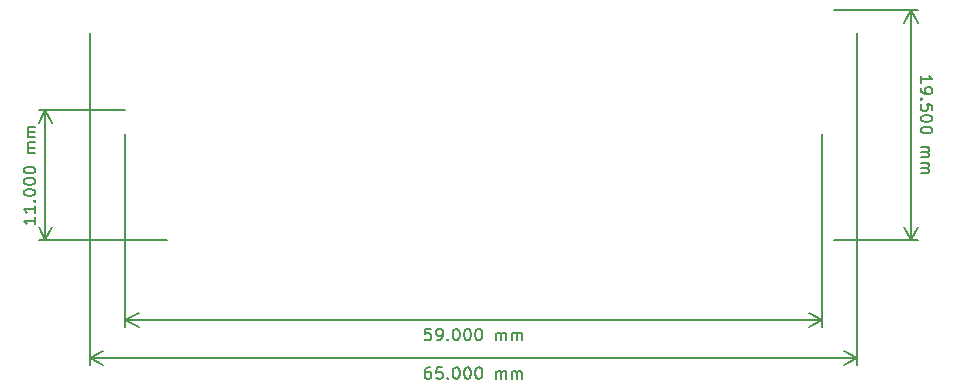
<source format=gbr>
G04 #@! TF.GenerationSoftware,KiCad,Pcbnew,(5.1.2)-1*
G04 #@! TF.CreationDate,2020-06-05T15:04:51-04:00*
G04 #@! TF.ProjectId,Step_Direction_Board,53746570-5f44-4697-9265-6374696f6e5f,rev?*
G04 #@! TF.SameCoordinates,PX7270e00PY78a3ca0*
G04 #@! TF.FileFunction,Other,ECO2*
%FSLAX46Y46*%
G04 Gerber Fmt 4.6, Leading zero omitted, Abs format (unit mm)*
G04 Created by KiCad (PCBNEW (5.1.2)-1) date 2020-06-05 15:04:51*
%MOMM*%
%LPD*%
G04 APERTURE LIST*
%ADD10C,0.150000*%
G04 APERTURE END LIST*
D10*
X-4597620Y1928572D02*
X-4597620Y1357143D01*
X-4597620Y1642858D02*
X-5597620Y1642858D01*
X-5454762Y1547620D01*
X-5359524Y1452381D01*
X-5311905Y1357143D01*
X-4597620Y2880953D02*
X-4597620Y2309524D01*
X-4597620Y2595239D02*
X-5597620Y2595239D01*
X-5454762Y2500000D01*
X-5359524Y2404762D01*
X-5311905Y2309524D01*
X-4692858Y3309524D02*
X-4645239Y3357143D01*
X-4597620Y3309524D01*
X-4645239Y3261905D01*
X-4692858Y3309524D01*
X-4597620Y3309524D01*
X-5597620Y3976191D02*
X-5597620Y4071429D01*
X-5550000Y4166667D01*
X-5502381Y4214286D01*
X-5407143Y4261905D01*
X-5216667Y4309524D01*
X-4978572Y4309524D01*
X-4788096Y4261905D01*
X-4692858Y4214286D01*
X-4645239Y4166667D01*
X-4597620Y4071429D01*
X-4597620Y3976191D01*
X-4645239Y3880953D01*
X-4692858Y3833334D01*
X-4788096Y3785715D01*
X-4978572Y3738096D01*
X-5216667Y3738096D01*
X-5407143Y3785715D01*
X-5502381Y3833334D01*
X-5550000Y3880953D01*
X-5597620Y3976191D01*
X-5597620Y4928572D02*
X-5597620Y5023810D01*
X-5550000Y5119048D01*
X-5502381Y5166667D01*
X-5407143Y5214286D01*
X-5216667Y5261905D01*
X-4978572Y5261905D01*
X-4788096Y5214286D01*
X-4692858Y5166667D01*
X-4645239Y5119048D01*
X-4597620Y5023810D01*
X-4597620Y4928572D01*
X-4645239Y4833334D01*
X-4692858Y4785715D01*
X-4788096Y4738096D01*
X-4978572Y4690477D01*
X-5216667Y4690477D01*
X-5407143Y4738096D01*
X-5502381Y4785715D01*
X-5550000Y4833334D01*
X-5597620Y4928572D01*
X-5597620Y5880953D02*
X-5597620Y5976191D01*
X-5550000Y6071429D01*
X-5502381Y6119048D01*
X-5407143Y6166667D01*
X-5216667Y6214286D01*
X-4978572Y6214286D01*
X-4788096Y6166667D01*
X-4692858Y6119048D01*
X-4645239Y6071429D01*
X-4597620Y5976191D01*
X-4597620Y5880953D01*
X-4645239Y5785715D01*
X-4692858Y5738096D01*
X-4788096Y5690477D01*
X-4978572Y5642858D01*
X-5216667Y5642858D01*
X-5407143Y5690477D01*
X-5502381Y5738096D01*
X-5550000Y5785715D01*
X-5597620Y5880953D01*
X-4597620Y7404762D02*
X-5264286Y7404762D01*
X-5169048Y7404762D02*
X-5216667Y7452381D01*
X-5264286Y7547620D01*
X-5264286Y7690477D01*
X-5216667Y7785715D01*
X-5121429Y7833334D01*
X-4597620Y7833334D01*
X-5121429Y7833334D02*
X-5216667Y7880953D01*
X-5264286Y7976191D01*
X-5264286Y8119048D01*
X-5216667Y8214286D01*
X-5121429Y8261905D01*
X-4597620Y8261905D01*
X-4597620Y8738096D02*
X-5264286Y8738096D01*
X-5169048Y8738096D02*
X-5216667Y8785715D01*
X-5264286Y8880953D01*
X-5264286Y9023810D01*
X-5216667Y9119048D01*
X-5121429Y9166667D01*
X-4597620Y9166667D01*
X-5121429Y9166667D02*
X-5216667Y9214286D01*
X-5264286Y9309524D01*
X-5264286Y9452381D01*
X-5216667Y9547620D01*
X-5121429Y9595239D01*
X-4597620Y9595239D01*
X-3750000Y0D02*
X-3750000Y11000000D01*
X3000000Y0D02*
X-4336421Y0D01*
X3000000Y11000000D02*
X-4336421Y11000000D01*
X-3750000Y11000000D02*
X-3163579Y9873496D01*
X-3750000Y11000000D02*
X-4336421Y9873496D01*
X-3750000Y0D02*
X-3163579Y1126504D01*
X-3750000Y0D02*
X-4336421Y1126504D01*
X6500000Y0D02*
X3000000Y0D01*
X28880952Y-7502380D02*
X28404761Y-7502380D01*
X28357142Y-7978571D01*
X28404761Y-7930952D01*
X28500000Y-7883333D01*
X28738095Y-7883333D01*
X28833333Y-7930952D01*
X28880952Y-7978571D01*
X28928571Y-8073809D01*
X28928571Y-8311904D01*
X28880952Y-8407142D01*
X28833333Y-8454761D01*
X28738095Y-8502380D01*
X28500000Y-8502380D01*
X28404761Y-8454761D01*
X28357142Y-8407142D01*
X29404761Y-8502380D02*
X29595238Y-8502380D01*
X29690476Y-8454761D01*
X29738095Y-8407142D01*
X29833333Y-8264285D01*
X29880952Y-8073809D01*
X29880952Y-7692857D01*
X29833333Y-7597619D01*
X29785714Y-7550000D01*
X29690476Y-7502380D01*
X29500000Y-7502380D01*
X29404761Y-7550000D01*
X29357142Y-7597619D01*
X29309523Y-7692857D01*
X29309523Y-7930952D01*
X29357142Y-8026190D01*
X29404761Y-8073809D01*
X29500000Y-8121428D01*
X29690476Y-8121428D01*
X29785714Y-8073809D01*
X29833333Y-8026190D01*
X29880952Y-7930952D01*
X30309523Y-8407142D02*
X30357142Y-8454761D01*
X30309523Y-8502380D01*
X30261904Y-8454761D01*
X30309523Y-8407142D01*
X30309523Y-8502380D01*
X30976190Y-7502380D02*
X31071428Y-7502380D01*
X31166666Y-7550000D01*
X31214285Y-7597619D01*
X31261904Y-7692857D01*
X31309523Y-7883333D01*
X31309523Y-8121428D01*
X31261904Y-8311904D01*
X31214285Y-8407142D01*
X31166666Y-8454761D01*
X31071428Y-8502380D01*
X30976190Y-8502380D01*
X30880952Y-8454761D01*
X30833333Y-8407142D01*
X30785714Y-8311904D01*
X30738095Y-8121428D01*
X30738095Y-7883333D01*
X30785714Y-7692857D01*
X30833333Y-7597619D01*
X30880952Y-7550000D01*
X30976190Y-7502380D01*
X31928571Y-7502380D02*
X32023809Y-7502380D01*
X32119047Y-7550000D01*
X32166666Y-7597619D01*
X32214285Y-7692857D01*
X32261904Y-7883333D01*
X32261904Y-8121428D01*
X32214285Y-8311904D01*
X32166666Y-8407142D01*
X32119047Y-8454761D01*
X32023809Y-8502380D01*
X31928571Y-8502380D01*
X31833333Y-8454761D01*
X31785714Y-8407142D01*
X31738095Y-8311904D01*
X31690476Y-8121428D01*
X31690476Y-7883333D01*
X31738095Y-7692857D01*
X31785714Y-7597619D01*
X31833333Y-7550000D01*
X31928571Y-7502380D01*
X32880952Y-7502380D02*
X32976190Y-7502380D01*
X33071428Y-7550000D01*
X33119047Y-7597619D01*
X33166666Y-7692857D01*
X33214285Y-7883333D01*
X33214285Y-8121428D01*
X33166666Y-8311904D01*
X33119047Y-8407142D01*
X33071428Y-8454761D01*
X32976190Y-8502380D01*
X32880952Y-8502380D01*
X32785714Y-8454761D01*
X32738095Y-8407142D01*
X32690476Y-8311904D01*
X32642857Y-8121428D01*
X32642857Y-7883333D01*
X32690476Y-7692857D01*
X32738095Y-7597619D01*
X32785714Y-7550000D01*
X32880952Y-7502380D01*
X34404761Y-8502380D02*
X34404761Y-7835714D01*
X34404761Y-7930952D02*
X34452380Y-7883333D01*
X34547619Y-7835714D01*
X34690476Y-7835714D01*
X34785714Y-7883333D01*
X34833333Y-7978571D01*
X34833333Y-8502380D01*
X34833333Y-7978571D02*
X34880952Y-7883333D01*
X34976190Y-7835714D01*
X35119047Y-7835714D01*
X35214285Y-7883333D01*
X35261904Y-7978571D01*
X35261904Y-8502380D01*
X35738095Y-8502380D02*
X35738095Y-7835714D01*
X35738095Y-7930952D02*
X35785714Y-7883333D01*
X35880952Y-7835714D01*
X36023809Y-7835714D01*
X36119047Y-7883333D01*
X36166666Y-7978571D01*
X36166666Y-8502380D01*
X36166666Y-7978571D02*
X36214285Y-7883333D01*
X36309523Y-7835714D01*
X36452380Y-7835714D01*
X36547619Y-7883333D01*
X36595238Y-7978571D01*
X36595238Y-8502380D01*
X62000000Y-6750000D02*
X3000000Y-6750000D01*
X62000000Y9000000D02*
X62000000Y-7336421D01*
X3000000Y9000000D02*
X3000000Y-7336421D01*
X3000000Y-6750000D02*
X4126504Y-6163579D01*
X3000000Y-6750000D02*
X4126504Y-7336421D01*
X62000000Y-6750000D02*
X60873496Y-6163579D01*
X62000000Y-6750000D02*
X60873496Y-7336421D01*
X70347619Y13321429D02*
X70347619Y13892858D01*
X70347619Y13607143D02*
X71347619Y13607143D01*
X71204761Y13702381D01*
X71109523Y13797620D01*
X71061904Y13892858D01*
X70347619Y12845239D02*
X70347619Y12654762D01*
X70395238Y12559524D01*
X70442857Y12511905D01*
X70585714Y12416667D01*
X70776190Y12369048D01*
X71157142Y12369048D01*
X71252380Y12416667D01*
X71300000Y12464286D01*
X71347619Y12559524D01*
X71347619Y12750000D01*
X71300000Y12845239D01*
X71252380Y12892858D01*
X71157142Y12940477D01*
X70919047Y12940477D01*
X70823809Y12892858D01*
X70776190Y12845239D01*
X70728571Y12750000D01*
X70728571Y12559524D01*
X70776190Y12464286D01*
X70823809Y12416667D01*
X70919047Y12369048D01*
X70442857Y11940477D02*
X70395238Y11892858D01*
X70347619Y11940477D01*
X70395238Y11988096D01*
X70442857Y11940477D01*
X70347619Y11940477D01*
X71347619Y10988096D02*
X71347619Y11464286D01*
X70871428Y11511905D01*
X70919047Y11464286D01*
X70966666Y11369048D01*
X70966666Y11130953D01*
X70919047Y11035715D01*
X70871428Y10988096D01*
X70776190Y10940477D01*
X70538095Y10940477D01*
X70442857Y10988096D01*
X70395238Y11035715D01*
X70347619Y11130953D01*
X70347619Y11369048D01*
X70395238Y11464286D01*
X70442857Y11511905D01*
X71347619Y10321429D02*
X71347619Y10226191D01*
X71300000Y10130953D01*
X71252380Y10083334D01*
X71157142Y10035715D01*
X70966666Y9988096D01*
X70728571Y9988096D01*
X70538095Y10035715D01*
X70442857Y10083334D01*
X70395238Y10130953D01*
X70347619Y10226191D01*
X70347619Y10321429D01*
X70395238Y10416667D01*
X70442857Y10464286D01*
X70538095Y10511905D01*
X70728571Y10559524D01*
X70966666Y10559524D01*
X71157142Y10511905D01*
X71252380Y10464286D01*
X71300000Y10416667D01*
X71347619Y10321429D01*
X71347619Y9369048D02*
X71347619Y9273810D01*
X71300000Y9178572D01*
X71252380Y9130953D01*
X71157142Y9083334D01*
X70966666Y9035715D01*
X70728571Y9035715D01*
X70538095Y9083334D01*
X70442857Y9130953D01*
X70395238Y9178572D01*
X70347619Y9273810D01*
X70347619Y9369048D01*
X70395238Y9464286D01*
X70442857Y9511905D01*
X70538095Y9559524D01*
X70728571Y9607143D01*
X70966666Y9607143D01*
X71157142Y9559524D01*
X71252380Y9511905D01*
X71300000Y9464286D01*
X71347619Y9369048D01*
X70347619Y7845239D02*
X71014285Y7845239D01*
X70919047Y7845239D02*
X70966666Y7797620D01*
X71014285Y7702381D01*
X71014285Y7559524D01*
X70966666Y7464286D01*
X70871428Y7416667D01*
X70347619Y7416667D01*
X70871428Y7416667D02*
X70966666Y7369048D01*
X71014285Y7273810D01*
X71014285Y7130953D01*
X70966666Y7035715D01*
X70871428Y6988096D01*
X70347619Y6988096D01*
X70347619Y6511905D02*
X71014285Y6511905D01*
X70919047Y6511905D02*
X70966666Y6464286D01*
X71014285Y6369048D01*
X71014285Y6226191D01*
X70966666Y6130953D01*
X70871428Y6083334D01*
X70347619Y6083334D01*
X70871428Y6083334D02*
X70966666Y6035715D01*
X71014285Y5940477D01*
X71014285Y5797620D01*
X70966666Y5702381D01*
X70871428Y5654762D01*
X70347619Y5654762D01*
X69500000Y19500000D02*
X69500000Y0D01*
X63000000Y19500000D02*
X70086421Y19500000D01*
X63000000Y0D02*
X70086421Y0D01*
X69500000Y0D02*
X68913579Y1126504D01*
X69500000Y0D02*
X70086421Y1126504D01*
X69500000Y19500000D02*
X68913579Y18373496D01*
X69500000Y19500000D02*
X70086421Y18373496D01*
X28833333Y-10752380D02*
X28642857Y-10752380D01*
X28547619Y-10800000D01*
X28500000Y-10847619D01*
X28404761Y-10990476D01*
X28357142Y-11180952D01*
X28357142Y-11561904D01*
X28404761Y-11657142D01*
X28452380Y-11704761D01*
X28547619Y-11752380D01*
X28738095Y-11752380D01*
X28833333Y-11704761D01*
X28880952Y-11657142D01*
X28928571Y-11561904D01*
X28928571Y-11323809D01*
X28880952Y-11228571D01*
X28833333Y-11180952D01*
X28738095Y-11133333D01*
X28547619Y-11133333D01*
X28452380Y-11180952D01*
X28404761Y-11228571D01*
X28357142Y-11323809D01*
X29833333Y-10752380D02*
X29357142Y-10752380D01*
X29309523Y-11228571D01*
X29357142Y-11180952D01*
X29452380Y-11133333D01*
X29690476Y-11133333D01*
X29785714Y-11180952D01*
X29833333Y-11228571D01*
X29880952Y-11323809D01*
X29880952Y-11561904D01*
X29833333Y-11657142D01*
X29785714Y-11704761D01*
X29690476Y-11752380D01*
X29452380Y-11752380D01*
X29357142Y-11704761D01*
X29309523Y-11657142D01*
X30309523Y-11657142D02*
X30357142Y-11704761D01*
X30309523Y-11752380D01*
X30261904Y-11704761D01*
X30309523Y-11657142D01*
X30309523Y-11752380D01*
X30976190Y-10752380D02*
X31071428Y-10752380D01*
X31166666Y-10800000D01*
X31214285Y-10847619D01*
X31261904Y-10942857D01*
X31309523Y-11133333D01*
X31309523Y-11371428D01*
X31261904Y-11561904D01*
X31214285Y-11657142D01*
X31166666Y-11704761D01*
X31071428Y-11752380D01*
X30976190Y-11752380D01*
X30880952Y-11704761D01*
X30833333Y-11657142D01*
X30785714Y-11561904D01*
X30738095Y-11371428D01*
X30738095Y-11133333D01*
X30785714Y-10942857D01*
X30833333Y-10847619D01*
X30880952Y-10800000D01*
X30976190Y-10752380D01*
X31928571Y-10752380D02*
X32023809Y-10752380D01*
X32119047Y-10800000D01*
X32166666Y-10847619D01*
X32214285Y-10942857D01*
X32261904Y-11133333D01*
X32261904Y-11371428D01*
X32214285Y-11561904D01*
X32166666Y-11657142D01*
X32119047Y-11704761D01*
X32023809Y-11752380D01*
X31928571Y-11752380D01*
X31833333Y-11704761D01*
X31785714Y-11657142D01*
X31738095Y-11561904D01*
X31690476Y-11371428D01*
X31690476Y-11133333D01*
X31738095Y-10942857D01*
X31785714Y-10847619D01*
X31833333Y-10800000D01*
X31928571Y-10752380D01*
X32880952Y-10752380D02*
X32976190Y-10752380D01*
X33071428Y-10800000D01*
X33119047Y-10847619D01*
X33166666Y-10942857D01*
X33214285Y-11133333D01*
X33214285Y-11371428D01*
X33166666Y-11561904D01*
X33119047Y-11657142D01*
X33071428Y-11704761D01*
X32976190Y-11752380D01*
X32880952Y-11752380D01*
X32785714Y-11704761D01*
X32738095Y-11657142D01*
X32690476Y-11561904D01*
X32642857Y-11371428D01*
X32642857Y-11133333D01*
X32690476Y-10942857D01*
X32738095Y-10847619D01*
X32785714Y-10800000D01*
X32880952Y-10752380D01*
X34404761Y-11752380D02*
X34404761Y-11085714D01*
X34404761Y-11180952D02*
X34452380Y-11133333D01*
X34547619Y-11085714D01*
X34690476Y-11085714D01*
X34785714Y-11133333D01*
X34833333Y-11228571D01*
X34833333Y-11752380D01*
X34833333Y-11228571D02*
X34880952Y-11133333D01*
X34976190Y-11085714D01*
X35119047Y-11085714D01*
X35214285Y-11133333D01*
X35261904Y-11228571D01*
X35261904Y-11752380D01*
X35738095Y-11752380D02*
X35738095Y-11085714D01*
X35738095Y-11180952D02*
X35785714Y-11133333D01*
X35880952Y-11085714D01*
X36023809Y-11085714D01*
X36119047Y-11133333D01*
X36166666Y-11228571D01*
X36166666Y-11752380D01*
X36166666Y-11228571D02*
X36214285Y-11133333D01*
X36309523Y-11085714D01*
X36452380Y-11085714D01*
X36547619Y-11133333D01*
X36595238Y-11228571D01*
X36595238Y-11752380D01*
X65000000Y-10000000D02*
X0Y-10000000D01*
X65000000Y17500000D02*
X65000000Y-10586421D01*
X0Y17500000D02*
X0Y-10586421D01*
X0Y-10000000D02*
X1126504Y-9413579D01*
X0Y-10000000D02*
X1126504Y-10586421D01*
X65000000Y-10000000D02*
X63873496Y-9413579D01*
X65000000Y-10000000D02*
X63873496Y-10586421D01*
M02*

</source>
